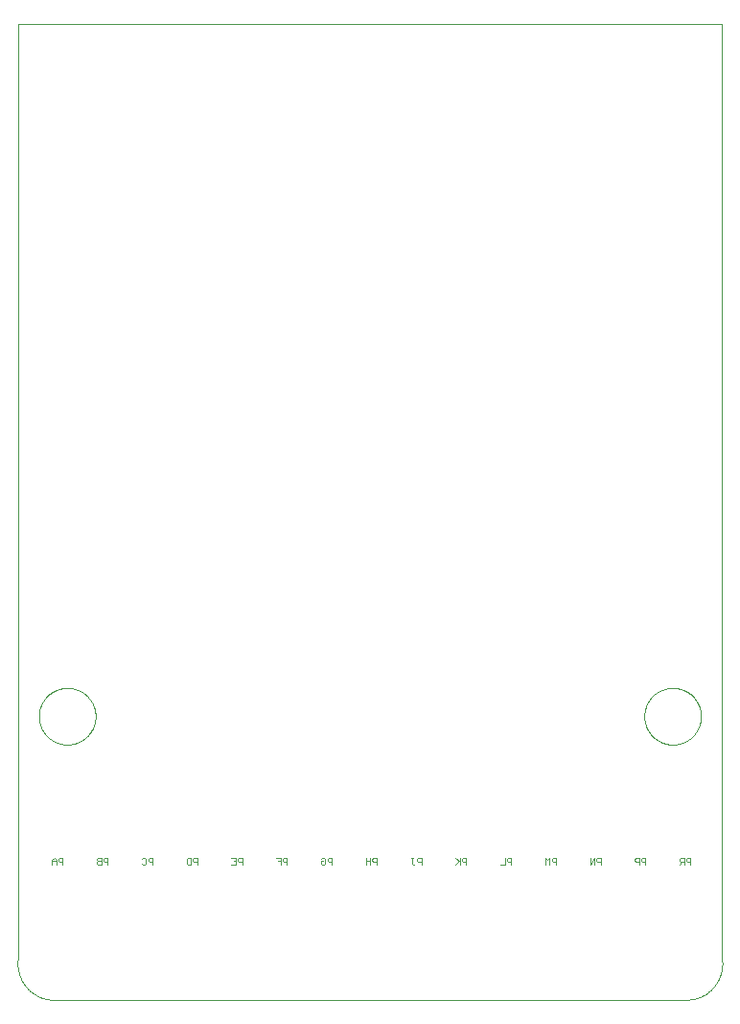
<source format=gbo>
G75*
%MOIN*%
%OFA0B0*%
%FSLAX25Y25*%
%IPPOS*%
%LPD*%
%AMOC8*
5,1,8,0,0,1.08239X$1,22.5*
%
%ADD10C,0.00000*%
%ADD11C,0.00200*%
D10*
X0067595Y0047713D02*
X0067595Y0372634D01*
X0312516Y0372634D01*
X0312516Y0047713D01*
X0312517Y0047713D02*
X0312543Y0047410D01*
X0312563Y0047106D01*
X0312574Y0046802D01*
X0312579Y0046498D01*
X0312576Y0046194D01*
X0312566Y0045889D01*
X0312548Y0045586D01*
X0312524Y0045282D01*
X0312491Y0044980D01*
X0312452Y0044678D01*
X0312405Y0044377D01*
X0312351Y0044078D01*
X0312290Y0043780D01*
X0312221Y0043483D01*
X0312146Y0043189D01*
X0312063Y0042896D01*
X0311973Y0042605D01*
X0311877Y0042317D01*
X0311773Y0042030D01*
X0311663Y0041747D01*
X0311545Y0041466D01*
X0311421Y0041188D01*
X0311290Y0040914D01*
X0311153Y0040642D01*
X0311009Y0040374D01*
X0310859Y0040109D01*
X0310702Y0039849D01*
X0310539Y0039592D01*
X0310370Y0039339D01*
X0310195Y0039090D01*
X0310013Y0038845D01*
X0309826Y0038605D01*
X0309634Y0038370D01*
X0309435Y0038139D01*
X0309231Y0037913D01*
X0309022Y0037692D01*
X0308808Y0037477D01*
X0308588Y0037266D01*
X0308363Y0037061D01*
X0308133Y0036861D01*
X0307899Y0036667D01*
X0307660Y0036479D01*
X0307417Y0036296D01*
X0307169Y0036120D01*
X0306917Y0035949D01*
X0306661Y0035785D01*
X0306401Y0035627D01*
X0306137Y0035475D01*
X0305870Y0035330D01*
X0305599Y0035191D01*
X0305325Y0035058D01*
X0305048Y0034933D01*
X0304768Y0034814D01*
X0304485Y0034702D01*
X0304199Y0034596D01*
X0303911Y0034498D01*
X0303621Y0034407D01*
X0303329Y0034322D01*
X0303034Y0034245D01*
X0302738Y0034175D01*
X0302440Y0034112D01*
X0302141Y0034057D01*
X0301841Y0034008D01*
X0301539Y0033967D01*
X0301237Y0033933D01*
X0078875Y0033933D01*
X0078568Y0033968D01*
X0078262Y0034010D01*
X0077957Y0034059D01*
X0077653Y0034116D01*
X0077351Y0034180D01*
X0077050Y0034252D01*
X0076751Y0034331D01*
X0076455Y0034418D01*
X0076160Y0034512D01*
X0075868Y0034612D01*
X0075578Y0034720D01*
X0075292Y0034836D01*
X0075008Y0034958D01*
X0074727Y0035087D01*
X0074449Y0035223D01*
X0074175Y0035365D01*
X0073905Y0035515D01*
X0073638Y0035671D01*
X0073375Y0035833D01*
X0073116Y0036002D01*
X0072861Y0036177D01*
X0072611Y0036358D01*
X0072365Y0036546D01*
X0072124Y0036739D01*
X0071888Y0036939D01*
X0071657Y0037144D01*
X0071431Y0037354D01*
X0071210Y0037570D01*
X0070994Y0037792D01*
X0070784Y0038018D01*
X0070580Y0038250D01*
X0070381Y0038487D01*
X0070188Y0038729D01*
X0070002Y0038975D01*
X0069821Y0039225D01*
X0069646Y0039480D01*
X0069478Y0039740D01*
X0069316Y0040003D01*
X0069161Y0040270D01*
X0069012Y0040541D01*
X0068870Y0040816D01*
X0068735Y0041094D01*
X0068607Y0041375D01*
X0068485Y0041659D01*
X0068371Y0041946D01*
X0068264Y0042236D01*
X0068164Y0042528D01*
X0068071Y0042823D01*
X0067985Y0043120D01*
X0067907Y0043419D01*
X0067835Y0043720D01*
X0067772Y0044022D01*
X0067716Y0044326D01*
X0067667Y0044631D01*
X0067626Y0044937D01*
X0067592Y0045245D01*
X0067566Y0045553D01*
X0067547Y0045861D01*
X0067536Y0046170D01*
X0067533Y0046479D01*
X0067537Y0046788D01*
X0067549Y0047097D01*
X0067568Y0047405D01*
X0067595Y0047713D01*
X0074937Y0132358D02*
X0074940Y0132600D01*
X0074949Y0132841D01*
X0074964Y0133082D01*
X0074984Y0133323D01*
X0075011Y0133563D01*
X0075044Y0133802D01*
X0075082Y0134041D01*
X0075126Y0134278D01*
X0075176Y0134515D01*
X0075232Y0134750D01*
X0075294Y0134983D01*
X0075361Y0135215D01*
X0075434Y0135446D01*
X0075512Y0135674D01*
X0075597Y0135900D01*
X0075686Y0136125D01*
X0075781Y0136347D01*
X0075882Y0136566D01*
X0075988Y0136784D01*
X0076099Y0136998D01*
X0076216Y0137210D01*
X0076337Y0137418D01*
X0076464Y0137624D01*
X0076596Y0137826D01*
X0076733Y0138026D01*
X0076874Y0138221D01*
X0077020Y0138414D01*
X0077171Y0138602D01*
X0077327Y0138787D01*
X0077487Y0138968D01*
X0077651Y0139145D01*
X0077820Y0139318D01*
X0077993Y0139487D01*
X0078170Y0139651D01*
X0078351Y0139811D01*
X0078536Y0139967D01*
X0078724Y0140118D01*
X0078917Y0140264D01*
X0079112Y0140405D01*
X0079312Y0140542D01*
X0079514Y0140674D01*
X0079720Y0140801D01*
X0079928Y0140922D01*
X0080140Y0141039D01*
X0080354Y0141150D01*
X0080572Y0141256D01*
X0080791Y0141357D01*
X0081013Y0141452D01*
X0081238Y0141541D01*
X0081464Y0141626D01*
X0081692Y0141704D01*
X0081923Y0141777D01*
X0082155Y0141844D01*
X0082388Y0141906D01*
X0082623Y0141962D01*
X0082860Y0142012D01*
X0083097Y0142056D01*
X0083336Y0142094D01*
X0083575Y0142127D01*
X0083815Y0142154D01*
X0084056Y0142174D01*
X0084297Y0142189D01*
X0084538Y0142198D01*
X0084780Y0142201D01*
X0085022Y0142198D01*
X0085263Y0142189D01*
X0085504Y0142174D01*
X0085745Y0142154D01*
X0085985Y0142127D01*
X0086224Y0142094D01*
X0086463Y0142056D01*
X0086700Y0142012D01*
X0086937Y0141962D01*
X0087172Y0141906D01*
X0087405Y0141844D01*
X0087637Y0141777D01*
X0087868Y0141704D01*
X0088096Y0141626D01*
X0088322Y0141541D01*
X0088547Y0141452D01*
X0088769Y0141357D01*
X0088988Y0141256D01*
X0089206Y0141150D01*
X0089420Y0141039D01*
X0089632Y0140922D01*
X0089840Y0140801D01*
X0090046Y0140674D01*
X0090248Y0140542D01*
X0090448Y0140405D01*
X0090643Y0140264D01*
X0090836Y0140118D01*
X0091024Y0139967D01*
X0091209Y0139811D01*
X0091390Y0139651D01*
X0091567Y0139487D01*
X0091740Y0139318D01*
X0091909Y0139145D01*
X0092073Y0138968D01*
X0092233Y0138787D01*
X0092389Y0138602D01*
X0092540Y0138414D01*
X0092686Y0138221D01*
X0092827Y0138026D01*
X0092964Y0137826D01*
X0093096Y0137624D01*
X0093223Y0137418D01*
X0093344Y0137210D01*
X0093461Y0136998D01*
X0093572Y0136784D01*
X0093678Y0136566D01*
X0093779Y0136347D01*
X0093874Y0136125D01*
X0093963Y0135900D01*
X0094048Y0135674D01*
X0094126Y0135446D01*
X0094199Y0135215D01*
X0094266Y0134983D01*
X0094328Y0134750D01*
X0094384Y0134515D01*
X0094434Y0134278D01*
X0094478Y0134041D01*
X0094516Y0133802D01*
X0094549Y0133563D01*
X0094576Y0133323D01*
X0094596Y0133082D01*
X0094611Y0132841D01*
X0094620Y0132600D01*
X0094623Y0132358D01*
X0094620Y0132116D01*
X0094611Y0131875D01*
X0094596Y0131634D01*
X0094576Y0131393D01*
X0094549Y0131153D01*
X0094516Y0130914D01*
X0094478Y0130675D01*
X0094434Y0130438D01*
X0094384Y0130201D01*
X0094328Y0129966D01*
X0094266Y0129733D01*
X0094199Y0129501D01*
X0094126Y0129270D01*
X0094048Y0129042D01*
X0093963Y0128816D01*
X0093874Y0128591D01*
X0093779Y0128369D01*
X0093678Y0128150D01*
X0093572Y0127932D01*
X0093461Y0127718D01*
X0093344Y0127506D01*
X0093223Y0127298D01*
X0093096Y0127092D01*
X0092964Y0126890D01*
X0092827Y0126690D01*
X0092686Y0126495D01*
X0092540Y0126302D01*
X0092389Y0126114D01*
X0092233Y0125929D01*
X0092073Y0125748D01*
X0091909Y0125571D01*
X0091740Y0125398D01*
X0091567Y0125229D01*
X0091390Y0125065D01*
X0091209Y0124905D01*
X0091024Y0124749D01*
X0090836Y0124598D01*
X0090643Y0124452D01*
X0090448Y0124311D01*
X0090248Y0124174D01*
X0090046Y0124042D01*
X0089840Y0123915D01*
X0089632Y0123794D01*
X0089420Y0123677D01*
X0089206Y0123566D01*
X0088988Y0123460D01*
X0088769Y0123359D01*
X0088547Y0123264D01*
X0088322Y0123175D01*
X0088096Y0123090D01*
X0087868Y0123012D01*
X0087637Y0122939D01*
X0087405Y0122872D01*
X0087172Y0122810D01*
X0086937Y0122754D01*
X0086700Y0122704D01*
X0086463Y0122660D01*
X0086224Y0122622D01*
X0085985Y0122589D01*
X0085745Y0122562D01*
X0085504Y0122542D01*
X0085263Y0122527D01*
X0085022Y0122518D01*
X0084780Y0122515D01*
X0084538Y0122518D01*
X0084297Y0122527D01*
X0084056Y0122542D01*
X0083815Y0122562D01*
X0083575Y0122589D01*
X0083336Y0122622D01*
X0083097Y0122660D01*
X0082860Y0122704D01*
X0082623Y0122754D01*
X0082388Y0122810D01*
X0082155Y0122872D01*
X0081923Y0122939D01*
X0081692Y0123012D01*
X0081464Y0123090D01*
X0081238Y0123175D01*
X0081013Y0123264D01*
X0080791Y0123359D01*
X0080572Y0123460D01*
X0080354Y0123566D01*
X0080140Y0123677D01*
X0079928Y0123794D01*
X0079720Y0123915D01*
X0079514Y0124042D01*
X0079312Y0124174D01*
X0079112Y0124311D01*
X0078917Y0124452D01*
X0078724Y0124598D01*
X0078536Y0124749D01*
X0078351Y0124905D01*
X0078170Y0125065D01*
X0077993Y0125229D01*
X0077820Y0125398D01*
X0077651Y0125571D01*
X0077487Y0125748D01*
X0077327Y0125929D01*
X0077171Y0126114D01*
X0077020Y0126302D01*
X0076874Y0126495D01*
X0076733Y0126690D01*
X0076596Y0126890D01*
X0076464Y0127092D01*
X0076337Y0127298D01*
X0076216Y0127506D01*
X0076099Y0127718D01*
X0075988Y0127932D01*
X0075882Y0128150D01*
X0075781Y0128369D01*
X0075686Y0128591D01*
X0075597Y0128816D01*
X0075512Y0129042D01*
X0075434Y0129270D01*
X0075361Y0129501D01*
X0075294Y0129733D01*
X0075232Y0129966D01*
X0075176Y0130201D01*
X0075126Y0130438D01*
X0075082Y0130675D01*
X0075044Y0130914D01*
X0075011Y0131153D01*
X0074984Y0131393D01*
X0074964Y0131634D01*
X0074949Y0131875D01*
X0074940Y0132116D01*
X0074937Y0132358D01*
X0285488Y0132358D02*
X0285491Y0132600D01*
X0285500Y0132841D01*
X0285515Y0133082D01*
X0285535Y0133323D01*
X0285562Y0133563D01*
X0285595Y0133802D01*
X0285633Y0134041D01*
X0285677Y0134278D01*
X0285727Y0134515D01*
X0285783Y0134750D01*
X0285845Y0134983D01*
X0285912Y0135215D01*
X0285985Y0135446D01*
X0286063Y0135674D01*
X0286148Y0135900D01*
X0286237Y0136125D01*
X0286332Y0136347D01*
X0286433Y0136566D01*
X0286539Y0136784D01*
X0286650Y0136998D01*
X0286767Y0137210D01*
X0286888Y0137418D01*
X0287015Y0137624D01*
X0287147Y0137826D01*
X0287284Y0138026D01*
X0287425Y0138221D01*
X0287571Y0138414D01*
X0287722Y0138602D01*
X0287878Y0138787D01*
X0288038Y0138968D01*
X0288202Y0139145D01*
X0288371Y0139318D01*
X0288544Y0139487D01*
X0288721Y0139651D01*
X0288902Y0139811D01*
X0289087Y0139967D01*
X0289275Y0140118D01*
X0289468Y0140264D01*
X0289663Y0140405D01*
X0289863Y0140542D01*
X0290065Y0140674D01*
X0290271Y0140801D01*
X0290479Y0140922D01*
X0290691Y0141039D01*
X0290905Y0141150D01*
X0291123Y0141256D01*
X0291342Y0141357D01*
X0291564Y0141452D01*
X0291789Y0141541D01*
X0292015Y0141626D01*
X0292243Y0141704D01*
X0292474Y0141777D01*
X0292706Y0141844D01*
X0292939Y0141906D01*
X0293174Y0141962D01*
X0293411Y0142012D01*
X0293648Y0142056D01*
X0293887Y0142094D01*
X0294126Y0142127D01*
X0294366Y0142154D01*
X0294607Y0142174D01*
X0294848Y0142189D01*
X0295089Y0142198D01*
X0295331Y0142201D01*
X0295573Y0142198D01*
X0295814Y0142189D01*
X0296055Y0142174D01*
X0296296Y0142154D01*
X0296536Y0142127D01*
X0296775Y0142094D01*
X0297014Y0142056D01*
X0297251Y0142012D01*
X0297488Y0141962D01*
X0297723Y0141906D01*
X0297956Y0141844D01*
X0298188Y0141777D01*
X0298419Y0141704D01*
X0298647Y0141626D01*
X0298873Y0141541D01*
X0299098Y0141452D01*
X0299320Y0141357D01*
X0299539Y0141256D01*
X0299757Y0141150D01*
X0299971Y0141039D01*
X0300183Y0140922D01*
X0300391Y0140801D01*
X0300597Y0140674D01*
X0300799Y0140542D01*
X0300999Y0140405D01*
X0301194Y0140264D01*
X0301387Y0140118D01*
X0301575Y0139967D01*
X0301760Y0139811D01*
X0301941Y0139651D01*
X0302118Y0139487D01*
X0302291Y0139318D01*
X0302460Y0139145D01*
X0302624Y0138968D01*
X0302784Y0138787D01*
X0302940Y0138602D01*
X0303091Y0138414D01*
X0303237Y0138221D01*
X0303378Y0138026D01*
X0303515Y0137826D01*
X0303647Y0137624D01*
X0303774Y0137418D01*
X0303895Y0137210D01*
X0304012Y0136998D01*
X0304123Y0136784D01*
X0304229Y0136566D01*
X0304330Y0136347D01*
X0304425Y0136125D01*
X0304514Y0135900D01*
X0304599Y0135674D01*
X0304677Y0135446D01*
X0304750Y0135215D01*
X0304817Y0134983D01*
X0304879Y0134750D01*
X0304935Y0134515D01*
X0304985Y0134278D01*
X0305029Y0134041D01*
X0305067Y0133802D01*
X0305100Y0133563D01*
X0305127Y0133323D01*
X0305147Y0133082D01*
X0305162Y0132841D01*
X0305171Y0132600D01*
X0305174Y0132358D01*
X0305171Y0132116D01*
X0305162Y0131875D01*
X0305147Y0131634D01*
X0305127Y0131393D01*
X0305100Y0131153D01*
X0305067Y0130914D01*
X0305029Y0130675D01*
X0304985Y0130438D01*
X0304935Y0130201D01*
X0304879Y0129966D01*
X0304817Y0129733D01*
X0304750Y0129501D01*
X0304677Y0129270D01*
X0304599Y0129042D01*
X0304514Y0128816D01*
X0304425Y0128591D01*
X0304330Y0128369D01*
X0304229Y0128150D01*
X0304123Y0127932D01*
X0304012Y0127718D01*
X0303895Y0127506D01*
X0303774Y0127298D01*
X0303647Y0127092D01*
X0303515Y0126890D01*
X0303378Y0126690D01*
X0303237Y0126495D01*
X0303091Y0126302D01*
X0302940Y0126114D01*
X0302784Y0125929D01*
X0302624Y0125748D01*
X0302460Y0125571D01*
X0302291Y0125398D01*
X0302118Y0125229D01*
X0301941Y0125065D01*
X0301760Y0124905D01*
X0301575Y0124749D01*
X0301387Y0124598D01*
X0301194Y0124452D01*
X0300999Y0124311D01*
X0300799Y0124174D01*
X0300597Y0124042D01*
X0300391Y0123915D01*
X0300183Y0123794D01*
X0299971Y0123677D01*
X0299757Y0123566D01*
X0299539Y0123460D01*
X0299320Y0123359D01*
X0299098Y0123264D01*
X0298873Y0123175D01*
X0298647Y0123090D01*
X0298419Y0123012D01*
X0298188Y0122939D01*
X0297956Y0122872D01*
X0297723Y0122810D01*
X0297488Y0122754D01*
X0297251Y0122704D01*
X0297014Y0122660D01*
X0296775Y0122622D01*
X0296536Y0122589D01*
X0296296Y0122562D01*
X0296055Y0122542D01*
X0295814Y0122527D01*
X0295573Y0122518D01*
X0295331Y0122515D01*
X0295089Y0122518D01*
X0294848Y0122527D01*
X0294607Y0122542D01*
X0294366Y0122562D01*
X0294126Y0122589D01*
X0293887Y0122622D01*
X0293648Y0122660D01*
X0293411Y0122704D01*
X0293174Y0122754D01*
X0292939Y0122810D01*
X0292706Y0122872D01*
X0292474Y0122939D01*
X0292243Y0123012D01*
X0292015Y0123090D01*
X0291789Y0123175D01*
X0291564Y0123264D01*
X0291342Y0123359D01*
X0291123Y0123460D01*
X0290905Y0123566D01*
X0290691Y0123677D01*
X0290479Y0123794D01*
X0290271Y0123915D01*
X0290065Y0124042D01*
X0289863Y0124174D01*
X0289663Y0124311D01*
X0289468Y0124452D01*
X0289275Y0124598D01*
X0289087Y0124749D01*
X0288902Y0124905D01*
X0288721Y0125065D01*
X0288544Y0125229D01*
X0288371Y0125398D01*
X0288202Y0125571D01*
X0288038Y0125748D01*
X0287878Y0125929D01*
X0287722Y0126114D01*
X0287571Y0126302D01*
X0287425Y0126495D01*
X0287284Y0126690D01*
X0287147Y0126890D01*
X0287015Y0127092D01*
X0286888Y0127298D01*
X0286767Y0127506D01*
X0286650Y0127718D01*
X0286539Y0127932D01*
X0286433Y0128150D01*
X0286332Y0128369D01*
X0286237Y0128591D01*
X0286148Y0128816D01*
X0286063Y0129042D01*
X0285985Y0129270D01*
X0285912Y0129501D01*
X0285845Y0129733D01*
X0285783Y0129966D01*
X0285727Y0130201D01*
X0285677Y0130438D01*
X0285633Y0130675D01*
X0285595Y0130914D01*
X0285562Y0131153D01*
X0285535Y0131393D01*
X0285515Y0131634D01*
X0285500Y0131875D01*
X0285491Y0132116D01*
X0285488Y0132358D01*
D11*
X0285896Y0083113D02*
X0284795Y0083113D01*
X0284428Y0082746D01*
X0284428Y0082012D01*
X0284795Y0081645D01*
X0285896Y0081645D01*
X0285896Y0080911D02*
X0285896Y0083113D01*
X0283686Y0083113D02*
X0282585Y0083113D01*
X0282218Y0082746D01*
X0282218Y0082012D01*
X0282585Y0081645D01*
X0283686Y0081645D01*
X0283686Y0080911D02*
X0283686Y0083113D01*
X0297809Y0082746D02*
X0297809Y0082012D01*
X0298176Y0081645D01*
X0299276Y0081645D01*
X0298542Y0081645D02*
X0297809Y0080911D01*
X0299276Y0080911D02*
X0299276Y0083113D01*
X0298176Y0083113D01*
X0297809Y0082746D01*
X0300018Y0082746D02*
X0300018Y0082012D01*
X0300385Y0081645D01*
X0301486Y0081645D01*
X0301486Y0080911D02*
X0301486Y0083113D01*
X0300385Y0083113D01*
X0300018Y0082746D01*
X0270305Y0083113D02*
X0270305Y0080911D01*
X0270305Y0081645D02*
X0269204Y0081645D01*
X0268837Y0082012D01*
X0268837Y0082746D01*
X0269204Y0083113D01*
X0270305Y0083113D01*
X0268095Y0083113D02*
X0266627Y0080911D01*
X0266627Y0083113D01*
X0268095Y0083113D02*
X0268095Y0080911D01*
X0254715Y0080911D02*
X0254715Y0083113D01*
X0253614Y0083113D01*
X0253247Y0082746D01*
X0253247Y0082012D01*
X0253614Y0081645D01*
X0254715Y0081645D01*
X0252505Y0080911D02*
X0252505Y0083113D01*
X0251771Y0082379D01*
X0251037Y0083113D01*
X0251037Y0080911D01*
X0239124Y0080911D02*
X0239124Y0083113D01*
X0238023Y0083113D01*
X0237656Y0082746D01*
X0237656Y0082012D01*
X0238023Y0081645D01*
X0239124Y0081645D01*
X0236914Y0080911D02*
X0236914Y0083113D01*
X0236914Y0080911D02*
X0235446Y0080911D01*
X0223534Y0080911D02*
X0223534Y0083113D01*
X0222433Y0083113D01*
X0222066Y0082746D01*
X0222066Y0082012D01*
X0222433Y0081645D01*
X0223534Y0081645D01*
X0221324Y0081645D02*
X0219856Y0083113D01*
X0221324Y0083113D02*
X0221324Y0080911D01*
X0220957Y0082012D02*
X0219856Y0080911D01*
X0207943Y0080911D02*
X0207943Y0083113D01*
X0206842Y0083113D01*
X0206475Y0082746D01*
X0206475Y0082012D01*
X0206842Y0081645D01*
X0207943Y0081645D01*
X0205733Y0081278D02*
X0205366Y0080911D01*
X0204999Y0080911D01*
X0204632Y0081278D01*
X0204632Y0083113D01*
X0204999Y0083113D02*
X0204265Y0083113D01*
X0192352Y0083113D02*
X0192352Y0080911D01*
X0192352Y0081645D02*
X0191252Y0081645D01*
X0190885Y0082012D01*
X0190885Y0082746D01*
X0191252Y0083113D01*
X0192352Y0083113D01*
X0190143Y0083113D02*
X0190143Y0080911D01*
X0190143Y0082012D02*
X0188675Y0082012D01*
X0188675Y0083113D02*
X0188675Y0080911D01*
X0176762Y0080911D02*
X0176762Y0083113D01*
X0175661Y0083113D01*
X0175294Y0082746D01*
X0175294Y0082012D01*
X0175661Y0081645D01*
X0176762Y0081645D01*
X0174552Y0081278D02*
X0174552Y0082746D01*
X0174185Y0083113D01*
X0173451Y0083113D01*
X0173084Y0082746D01*
X0173084Y0082012D02*
X0173818Y0082012D01*
X0173084Y0082012D02*
X0173084Y0081278D01*
X0173451Y0080911D01*
X0174185Y0080911D01*
X0174552Y0081278D01*
X0161171Y0081645D02*
X0160070Y0081645D01*
X0159703Y0082012D01*
X0159703Y0082746D01*
X0160070Y0083113D01*
X0161171Y0083113D01*
X0161171Y0080911D01*
X0158961Y0080911D02*
X0158961Y0083113D01*
X0157494Y0083113D01*
X0158228Y0082012D02*
X0158961Y0082012D01*
X0145581Y0081645D02*
X0144480Y0081645D01*
X0144113Y0082012D01*
X0144113Y0082746D01*
X0144480Y0083113D01*
X0145581Y0083113D01*
X0145581Y0080911D01*
X0143371Y0080911D02*
X0143371Y0083113D01*
X0141903Y0083113D01*
X0142637Y0082012D02*
X0143371Y0082012D01*
X0143371Y0080911D02*
X0141903Y0080911D01*
X0129990Y0080911D02*
X0129990Y0083113D01*
X0128889Y0083113D01*
X0128522Y0082746D01*
X0128522Y0082012D01*
X0128889Y0081645D01*
X0129990Y0081645D01*
X0127780Y0080911D02*
X0127780Y0083113D01*
X0126679Y0083113D01*
X0126312Y0082746D01*
X0126312Y0081278D01*
X0126679Y0080911D01*
X0127780Y0080911D01*
X0114400Y0080911D02*
X0114400Y0083113D01*
X0113299Y0083113D01*
X0112932Y0082746D01*
X0112932Y0082012D01*
X0113299Y0081645D01*
X0114400Y0081645D01*
X0112190Y0081278D02*
X0112190Y0082746D01*
X0111823Y0083113D01*
X0111089Y0083113D01*
X0110722Y0082746D01*
X0110722Y0081278D02*
X0111089Y0080911D01*
X0111823Y0080911D01*
X0112190Y0081278D01*
X0098809Y0081645D02*
X0097708Y0081645D01*
X0097341Y0082012D01*
X0097341Y0082746D01*
X0097708Y0083113D01*
X0098809Y0083113D01*
X0098809Y0080911D01*
X0096599Y0080911D02*
X0096599Y0083113D01*
X0095498Y0083113D01*
X0095131Y0082746D01*
X0095131Y0082379D01*
X0095498Y0082012D01*
X0096599Y0082012D01*
X0095498Y0082012D02*
X0095131Y0081645D01*
X0095131Y0081278D01*
X0095498Y0080911D01*
X0096599Y0080911D01*
X0083219Y0080911D02*
X0083219Y0083113D01*
X0082118Y0083113D01*
X0081751Y0082746D01*
X0081751Y0082012D01*
X0082118Y0081645D01*
X0083219Y0081645D01*
X0081009Y0082012D02*
X0079541Y0082012D01*
X0079541Y0082379D02*
X0079541Y0080911D01*
X0079541Y0082379D02*
X0080275Y0083113D01*
X0081009Y0082379D01*
X0081009Y0080911D01*
M02*

</source>
